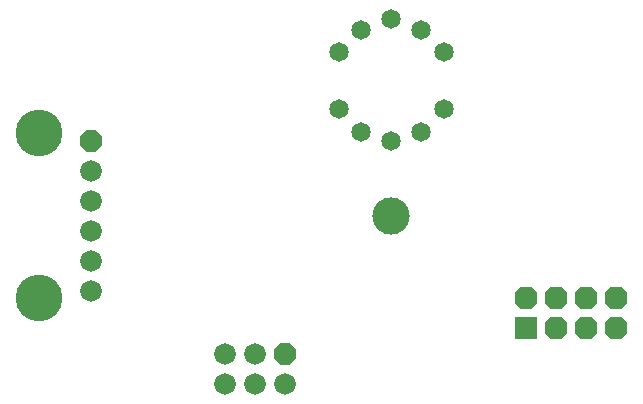
<source format=gbs>
G75*
%MOIN*%
%OFA0B0*%
%FSLAX25Y25*%
%IPPOS*%
%LPD*%
%AMOC8*
5,1,8,0,0,1.08239X$1,22.5*
%
%ADD10C,0.06506*%
%ADD11OC8,0.07200*%
%ADD12C,0.07200*%
%ADD13R,0.07600X0.07600*%
%ADD14OC8,0.07600*%
%ADD15C,0.15600*%
%ADD16C,0.12411*%
D10*
X0155083Y0101000D03*
X0145083Y0104000D03*
X0137583Y0111500D03*
X0165083Y0104000D03*
X0172583Y0111500D03*
X0172583Y0130500D03*
X0165083Y0138000D03*
X0155083Y0141500D03*
X0145083Y0138000D03*
X0137583Y0130500D03*
D11*
X0055083Y0101000D03*
X0119583Y0030000D03*
D12*
X0109583Y0030000D03*
X0099583Y0030000D03*
X0099583Y0020000D03*
X0109583Y0020000D03*
X0119583Y0020000D03*
X0055083Y0051000D03*
X0055083Y0061000D03*
X0055083Y0071000D03*
X0055083Y0081000D03*
X0055083Y0091000D03*
D13*
X0200012Y0038434D03*
D14*
X0210012Y0038434D03*
X0220012Y0038434D03*
X0230012Y0038434D03*
X0230012Y0048434D03*
X0220012Y0048434D03*
X0210012Y0048434D03*
X0200012Y0048434D03*
D15*
X0037646Y0048441D03*
X0037646Y0103559D03*
D16*
X0154969Y0076000D03*
M02*

</source>
